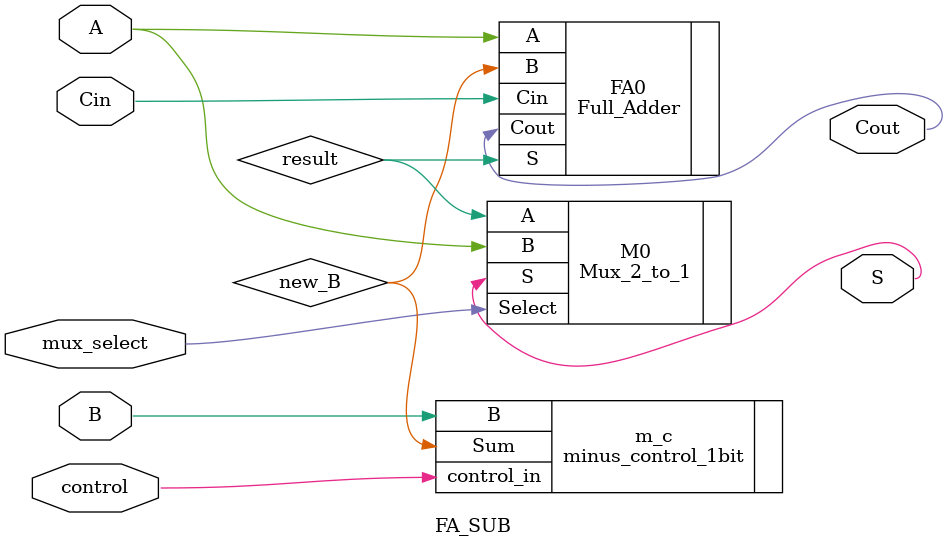
<source format=v>
module FA_SUB (A,B,mux_select,control,Cin,S,Cout);
input A,B,control,Cin,mux_select;
output S,Cout;

wire new_B;
wire result;

minus_control_1bit m_c(.B(B),.control_in(control),.Sum(new_B));

Full_Adder FA0 (.A(A),.B(new_B),.Cin(Cin),.S(result),.Cout(Cout));

Mux_2_to_1 M0(.A(result),.B(A),.Select(mux_select),.S(S)); 

endmodule
</source>
